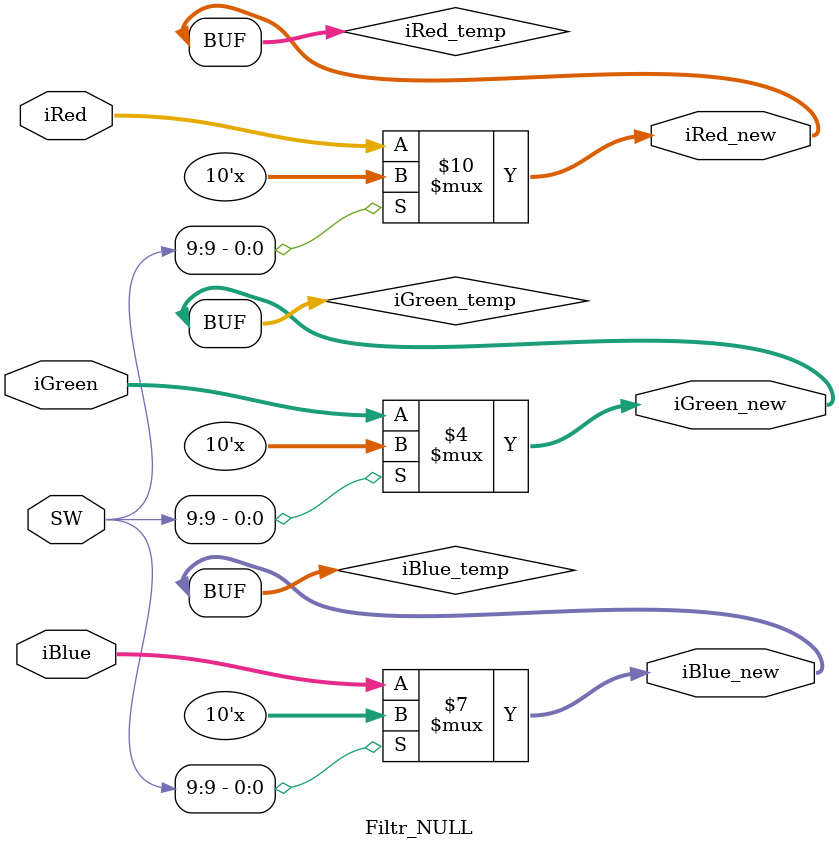
<source format=v>
module Filtr_NULL(
				SW,
				iRed,
//				CHOSE,
				iBlue,
				iGreen,
				iRed_new,
				iBlue_new,
				iGreen_new);
				
//input CHOSE;
				
input    [9:0] SW;				
input		[9:0]	iRed;
input		[9:0]	iGreen;
input		[9:0]	iBlue;

output   [9:0] iRed_new;
output	[9:0]	iBlue_new;
output   [9:0] iGreen_new;

//assign	iRed_new      =	iRed;   																				//iRed -> 0 dziala (wycina dany kolor)
//assign	iBlue_new	  =	iBlue;
//assign	iGreen_new    =	iGreen;



reg   [9:0] iRed_temp;
reg	[9:0]	iBlue_temp;
reg   [9:0] iGreen_temp;



always begin
					
																		//// POMYSŁ  przerobic kontrolowanie na switche, kazdy switch zamienia dwa kolory ze soba
																		// na poczatku przypsiac wszystkie kolory do temp i pozniej działac juz na temp
if(SW[9]==0)begin
																		
iRed_temp	  =	iRed;
iBlue_temp	  =	iBlue;
iGreen_temp    =	iGreen;

end
end

assign	iRed_new      =	iRed_temp;   
assign	iBlue_new	  =	iBlue_temp;
assign	iGreen_new    =	iGreen_temp;

endmodule

</source>
